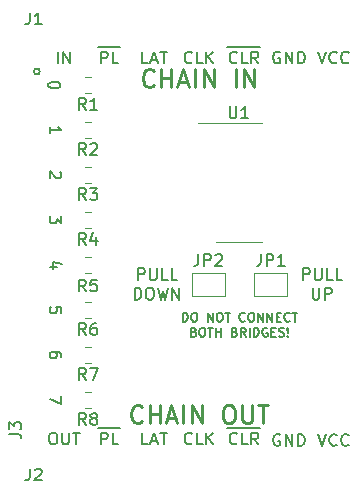
<source format=gbr>
G04 #@! TF.GenerationSoftware,KiCad,Pcbnew,5.1.5-5.1.5*
G04 #@! TF.CreationDate,2020-09-02T20:46:33-05:00*
G04 #@! TF.ProjectId,74HC597-Breakout,37344843-3539-4372-9d42-7265616b6f75,rev?*
G04 #@! TF.SameCoordinates,Original*
G04 #@! TF.FileFunction,Legend,Top*
G04 #@! TF.FilePolarity,Positive*
%FSLAX46Y46*%
G04 Gerber Fmt 4.6, Leading zero omitted, Abs format (unit mm)*
G04 Created by KiCad (PCBNEW 5.1.5-5.1.5) date 2020-09-02 20:46:33*
%MOMM*%
%LPD*%
G04 APERTURE LIST*
%ADD10C,0.150000*%
%ADD11C,0.250000*%
%ADD12C,0.127000*%
%ADD13C,0.120000*%
G04 APERTURE END LIST*
D10*
X135493238Y-98399000D02*
X136493238Y-98399000D01*
X135731333Y-99766380D02*
X135731333Y-98766380D01*
X136112285Y-98766380D01*
X136207523Y-98814000D01*
X136255142Y-98861619D01*
X136302761Y-98956857D01*
X136302761Y-99099714D01*
X136255142Y-99194952D01*
X136207523Y-99242571D01*
X136112285Y-99290190D01*
X135731333Y-99290190D01*
X136493238Y-98399000D02*
X137302761Y-98399000D01*
X137207523Y-99766380D02*
X136731333Y-99766380D01*
X136731333Y-98766380D01*
X132373619Y-124650476D02*
X132373619Y-124460000D01*
X132326000Y-124364761D01*
X132278380Y-124317142D01*
X132135523Y-124221904D01*
X131945047Y-124174285D01*
X131564095Y-124174285D01*
X131468857Y-124221904D01*
X131421238Y-124269523D01*
X131373619Y-124364761D01*
X131373619Y-124555238D01*
X131421238Y-124650476D01*
X131468857Y-124698095D01*
X131564095Y-124745714D01*
X131802190Y-124745714D01*
X131897428Y-124698095D01*
X131945047Y-124650476D01*
X131992666Y-124555238D01*
X131992666Y-124364761D01*
X131945047Y-124269523D01*
X131897428Y-124221904D01*
X131802190Y-124174285D01*
X132373619Y-120888095D02*
X132373619Y-120411904D01*
X131897428Y-120364285D01*
X131945047Y-120411904D01*
X131992666Y-120507142D01*
X131992666Y-120745238D01*
X131945047Y-120840476D01*
X131897428Y-120888095D01*
X131802190Y-120935714D01*
X131564095Y-120935714D01*
X131468857Y-120888095D01*
X131421238Y-120840476D01*
X131373619Y-120745238D01*
X131373619Y-120507142D01*
X131421238Y-120411904D01*
X131468857Y-120364285D01*
X132040285Y-117030476D02*
X131373619Y-117030476D01*
X132421238Y-116792380D02*
X131706952Y-116554285D01*
X131706952Y-117173333D01*
X132373619Y-112696666D02*
X132373619Y-113315714D01*
X131992666Y-112982380D01*
X131992666Y-113125238D01*
X131945047Y-113220476D01*
X131897428Y-113268095D01*
X131802190Y-113315714D01*
X131564095Y-113315714D01*
X131468857Y-113268095D01*
X131421238Y-113220476D01*
X131373619Y-113125238D01*
X131373619Y-112839523D01*
X131421238Y-112744285D01*
X131468857Y-112696666D01*
X132278380Y-108934285D02*
X132326000Y-108981904D01*
X132373619Y-109077142D01*
X132373619Y-109315238D01*
X132326000Y-109410476D01*
X132278380Y-109458095D01*
X132183142Y-109505714D01*
X132087904Y-109505714D01*
X131945047Y-109458095D01*
X131373619Y-108886666D01*
X131373619Y-109505714D01*
X131373619Y-105695714D02*
X131373619Y-105124285D01*
X131373619Y-105410000D02*
X132373619Y-105410000D01*
X132230761Y-105314761D01*
X132135523Y-105219523D01*
X132087904Y-105124285D01*
X132373619Y-127936666D02*
X132373619Y-128603333D01*
X131373619Y-128174761D01*
X131278380Y-101647619D02*
X131278380Y-101552380D01*
X131326000Y-101457142D01*
X131373619Y-101409523D01*
X131468857Y-101361904D01*
X131659333Y-101314285D01*
X131897428Y-101314285D01*
X132087904Y-101361904D01*
X132183142Y-101409523D01*
X132230761Y-101457142D01*
X132278380Y-101552380D01*
X132278380Y-101647619D01*
X132230761Y-101742857D01*
X132183142Y-101790476D01*
X132087904Y-101838095D01*
X131897428Y-101885714D01*
X131659333Y-101885714D01*
X131468857Y-101838095D01*
X131373619Y-101790476D01*
X131326000Y-101742857D01*
X131278380Y-101647619D01*
X154114666Y-98766380D02*
X154448000Y-99766380D01*
X154781333Y-98766380D01*
X155686095Y-99671142D02*
X155638476Y-99718761D01*
X155495619Y-99766380D01*
X155400380Y-99766380D01*
X155257523Y-99718761D01*
X155162285Y-99623523D01*
X155114666Y-99528285D01*
X155067047Y-99337809D01*
X155067047Y-99194952D01*
X155114666Y-99004476D01*
X155162285Y-98909238D01*
X155257523Y-98814000D01*
X155400380Y-98766380D01*
X155495619Y-98766380D01*
X155638476Y-98814000D01*
X155686095Y-98861619D01*
X156686095Y-99671142D02*
X156638476Y-99718761D01*
X156495619Y-99766380D01*
X156400380Y-99766380D01*
X156257523Y-99718761D01*
X156162285Y-99623523D01*
X156114666Y-99528285D01*
X156067047Y-99337809D01*
X156067047Y-99194952D01*
X156114666Y-99004476D01*
X156162285Y-98909238D01*
X156257523Y-98814000D01*
X156400380Y-98766380D01*
X156495619Y-98766380D01*
X156638476Y-98814000D01*
X156686095Y-98861619D01*
X150876095Y-98814000D02*
X150780857Y-98766380D01*
X150638000Y-98766380D01*
X150495142Y-98814000D01*
X150399904Y-98909238D01*
X150352285Y-99004476D01*
X150304666Y-99194952D01*
X150304666Y-99337809D01*
X150352285Y-99528285D01*
X150399904Y-99623523D01*
X150495142Y-99718761D01*
X150638000Y-99766380D01*
X150733238Y-99766380D01*
X150876095Y-99718761D01*
X150923714Y-99671142D01*
X150923714Y-99337809D01*
X150733238Y-99337809D01*
X151352285Y-99766380D02*
X151352285Y-98766380D01*
X151923714Y-99766380D01*
X151923714Y-98766380D01*
X152399904Y-99766380D02*
X152399904Y-98766380D01*
X152638000Y-98766380D01*
X152780857Y-98814000D01*
X152876095Y-98909238D01*
X152923714Y-99004476D01*
X152971333Y-99194952D01*
X152971333Y-99337809D01*
X152923714Y-99528285D01*
X152876095Y-99623523D01*
X152780857Y-99718761D01*
X152638000Y-99766380D01*
X152399904Y-99766380D01*
X146423238Y-98399000D02*
X147423238Y-98399000D01*
X147232761Y-99671142D02*
X147185142Y-99718761D01*
X147042285Y-99766380D01*
X146947047Y-99766380D01*
X146804190Y-99718761D01*
X146708952Y-99623523D01*
X146661333Y-99528285D01*
X146613714Y-99337809D01*
X146613714Y-99194952D01*
X146661333Y-99004476D01*
X146708952Y-98909238D01*
X146804190Y-98814000D01*
X146947047Y-98766380D01*
X147042285Y-98766380D01*
X147185142Y-98814000D01*
X147232761Y-98861619D01*
X147423238Y-98399000D02*
X148232761Y-98399000D01*
X148137523Y-99766380D02*
X147661333Y-99766380D01*
X147661333Y-98766380D01*
X148232761Y-98399000D02*
X149232761Y-98399000D01*
X149042285Y-99766380D02*
X148708952Y-99290190D01*
X148470857Y-99766380D02*
X148470857Y-98766380D01*
X148851809Y-98766380D01*
X148947047Y-98814000D01*
X148994666Y-98861619D01*
X149042285Y-98956857D01*
X149042285Y-99099714D01*
X148994666Y-99194952D01*
X148947047Y-99242571D01*
X148851809Y-99290190D01*
X148470857Y-99290190D01*
X143422761Y-99671142D02*
X143375142Y-99718761D01*
X143232285Y-99766380D01*
X143137047Y-99766380D01*
X142994190Y-99718761D01*
X142898952Y-99623523D01*
X142851333Y-99528285D01*
X142803714Y-99337809D01*
X142803714Y-99194952D01*
X142851333Y-99004476D01*
X142898952Y-98909238D01*
X142994190Y-98814000D01*
X143137047Y-98766380D01*
X143232285Y-98766380D01*
X143375142Y-98814000D01*
X143422761Y-98861619D01*
X144327523Y-99766380D02*
X143851333Y-99766380D01*
X143851333Y-98766380D01*
X144660857Y-99766380D02*
X144660857Y-98766380D01*
X145232285Y-99766380D02*
X144803714Y-99194952D01*
X145232285Y-98766380D02*
X144660857Y-99337809D01*
X139708000Y-99766380D02*
X139231809Y-99766380D01*
X139231809Y-98766380D01*
X139993714Y-99480666D02*
X140469904Y-99480666D01*
X139898476Y-99766380D02*
X140231809Y-98766380D01*
X140565142Y-99766380D01*
X140755619Y-98766380D02*
X141327047Y-98766380D01*
X141041333Y-99766380D02*
X141041333Y-98766380D01*
X132064190Y-99766380D02*
X132064190Y-98766380D01*
X132540380Y-99766380D02*
X132540380Y-98766380D01*
X133111809Y-99766380D01*
X133111809Y-98766380D01*
X131588000Y-131024380D02*
X131778476Y-131024380D01*
X131873714Y-131072000D01*
X131968952Y-131167238D01*
X132016571Y-131357714D01*
X132016571Y-131691047D01*
X131968952Y-131881523D01*
X131873714Y-131976761D01*
X131778476Y-132024380D01*
X131588000Y-132024380D01*
X131492761Y-131976761D01*
X131397523Y-131881523D01*
X131349904Y-131691047D01*
X131349904Y-131357714D01*
X131397523Y-131167238D01*
X131492761Y-131072000D01*
X131588000Y-131024380D01*
X132445142Y-131024380D02*
X132445142Y-131833904D01*
X132492761Y-131929142D01*
X132540380Y-131976761D01*
X132635619Y-132024380D01*
X132826095Y-132024380D01*
X132921333Y-131976761D01*
X132968952Y-131929142D01*
X133016571Y-131833904D01*
X133016571Y-131024380D01*
X133349904Y-131024380D02*
X133921333Y-131024380D01*
X133635619Y-132024380D02*
X133635619Y-131024380D01*
X135493238Y-130657000D02*
X136493238Y-130657000D01*
X135731333Y-132024380D02*
X135731333Y-131024380D01*
X136112285Y-131024380D01*
X136207523Y-131072000D01*
X136255142Y-131119619D01*
X136302761Y-131214857D01*
X136302761Y-131357714D01*
X136255142Y-131452952D01*
X136207523Y-131500571D01*
X136112285Y-131548190D01*
X135731333Y-131548190D01*
X136493238Y-130657000D02*
X137302761Y-130657000D01*
X137207523Y-132024380D02*
X136731333Y-132024380D01*
X136731333Y-131024380D01*
X139708000Y-132024380D02*
X139231809Y-132024380D01*
X139231809Y-131024380D01*
X139993714Y-131738666D02*
X140469904Y-131738666D01*
X139898476Y-132024380D02*
X140231809Y-131024380D01*
X140565142Y-132024380D01*
X140755619Y-131024380D02*
X141327047Y-131024380D01*
X141041333Y-132024380D02*
X141041333Y-131024380D01*
X143422761Y-131929142D02*
X143375142Y-131976761D01*
X143232285Y-132024380D01*
X143137047Y-132024380D01*
X142994190Y-131976761D01*
X142898952Y-131881523D01*
X142851333Y-131786285D01*
X142803714Y-131595809D01*
X142803714Y-131452952D01*
X142851333Y-131262476D01*
X142898952Y-131167238D01*
X142994190Y-131072000D01*
X143137047Y-131024380D01*
X143232285Y-131024380D01*
X143375142Y-131072000D01*
X143422761Y-131119619D01*
X144327523Y-132024380D02*
X143851333Y-132024380D01*
X143851333Y-131024380D01*
X144660857Y-132024380D02*
X144660857Y-131024380D01*
X145232285Y-132024380D02*
X144803714Y-131452952D01*
X145232285Y-131024380D02*
X144660857Y-131595809D01*
X146423238Y-130657000D02*
X147423238Y-130657000D01*
X147232761Y-131929142D02*
X147185142Y-131976761D01*
X147042285Y-132024380D01*
X146947047Y-132024380D01*
X146804190Y-131976761D01*
X146708952Y-131881523D01*
X146661333Y-131786285D01*
X146613714Y-131595809D01*
X146613714Y-131452952D01*
X146661333Y-131262476D01*
X146708952Y-131167238D01*
X146804190Y-131072000D01*
X146947047Y-131024380D01*
X147042285Y-131024380D01*
X147185142Y-131072000D01*
X147232761Y-131119619D01*
X147423238Y-130657000D02*
X148232761Y-130657000D01*
X148137523Y-132024380D02*
X147661333Y-132024380D01*
X147661333Y-131024380D01*
X148232761Y-130657000D02*
X149232761Y-130657000D01*
X149042285Y-132024380D02*
X148708952Y-131548190D01*
X148470857Y-132024380D02*
X148470857Y-131024380D01*
X148851809Y-131024380D01*
X148947047Y-131072000D01*
X148994666Y-131119619D01*
X149042285Y-131214857D01*
X149042285Y-131357714D01*
X148994666Y-131452952D01*
X148947047Y-131500571D01*
X148851809Y-131548190D01*
X148470857Y-131548190D01*
X150876095Y-131199000D02*
X150780857Y-131151380D01*
X150638000Y-131151380D01*
X150495142Y-131199000D01*
X150399904Y-131294238D01*
X150352285Y-131389476D01*
X150304666Y-131579952D01*
X150304666Y-131722809D01*
X150352285Y-131913285D01*
X150399904Y-132008523D01*
X150495142Y-132103761D01*
X150638000Y-132151380D01*
X150733238Y-132151380D01*
X150876095Y-132103761D01*
X150923714Y-132056142D01*
X150923714Y-131722809D01*
X150733238Y-131722809D01*
X151352285Y-132151380D02*
X151352285Y-131151380D01*
X151923714Y-132151380D01*
X151923714Y-131151380D01*
X152399904Y-132151380D02*
X152399904Y-131151380D01*
X152638000Y-131151380D01*
X152780857Y-131199000D01*
X152876095Y-131294238D01*
X152923714Y-131389476D01*
X152971333Y-131579952D01*
X152971333Y-131722809D01*
X152923714Y-131913285D01*
X152876095Y-132008523D01*
X152780857Y-132103761D01*
X152638000Y-132151380D01*
X152399904Y-132151380D01*
X154114666Y-131151380D02*
X154448000Y-132151380D01*
X154781333Y-131151380D01*
X155686095Y-132056142D02*
X155638476Y-132103761D01*
X155495619Y-132151380D01*
X155400380Y-132151380D01*
X155257523Y-132103761D01*
X155162285Y-132008523D01*
X155114666Y-131913285D01*
X155067047Y-131722809D01*
X155067047Y-131579952D01*
X155114666Y-131389476D01*
X155162285Y-131294238D01*
X155257523Y-131199000D01*
X155400380Y-131151380D01*
X155495619Y-131151380D01*
X155638476Y-131199000D01*
X155686095Y-131246619D01*
X156686095Y-132056142D02*
X156638476Y-132103761D01*
X156495619Y-132151380D01*
X156400380Y-132151380D01*
X156257523Y-132103761D01*
X156162285Y-132008523D01*
X156114666Y-131913285D01*
X156067047Y-131722809D01*
X156067047Y-131579952D01*
X156114666Y-131389476D01*
X156162285Y-131294238D01*
X156257523Y-131199000D01*
X156400380Y-131151380D01*
X156495619Y-131151380D01*
X156638476Y-131199000D01*
X156686095Y-131246619D01*
X142661285Y-121621785D02*
X142661285Y-120871785D01*
X142839857Y-120871785D01*
X142947000Y-120907500D01*
X143018428Y-120978928D01*
X143054142Y-121050357D01*
X143089857Y-121193214D01*
X143089857Y-121300357D01*
X143054142Y-121443214D01*
X143018428Y-121514642D01*
X142947000Y-121586071D01*
X142839857Y-121621785D01*
X142661285Y-121621785D01*
X143554142Y-120871785D02*
X143697000Y-120871785D01*
X143768428Y-120907500D01*
X143839857Y-120978928D01*
X143875571Y-121121785D01*
X143875571Y-121371785D01*
X143839857Y-121514642D01*
X143768428Y-121586071D01*
X143697000Y-121621785D01*
X143554142Y-121621785D01*
X143482714Y-121586071D01*
X143411285Y-121514642D01*
X143375571Y-121371785D01*
X143375571Y-121121785D01*
X143411285Y-120978928D01*
X143482714Y-120907500D01*
X143554142Y-120871785D01*
X144768428Y-121621785D02*
X144768428Y-120871785D01*
X145197000Y-121621785D01*
X145197000Y-120871785D01*
X145697000Y-120871785D02*
X145839857Y-120871785D01*
X145911285Y-120907500D01*
X145982714Y-120978928D01*
X146018428Y-121121785D01*
X146018428Y-121371785D01*
X145982714Y-121514642D01*
X145911285Y-121586071D01*
X145839857Y-121621785D01*
X145697000Y-121621785D01*
X145625571Y-121586071D01*
X145554142Y-121514642D01*
X145518428Y-121371785D01*
X145518428Y-121121785D01*
X145554142Y-120978928D01*
X145625571Y-120907500D01*
X145697000Y-120871785D01*
X146232714Y-120871785D02*
X146661285Y-120871785D01*
X146447000Y-121621785D02*
X146447000Y-120871785D01*
X147911285Y-121550357D02*
X147875571Y-121586071D01*
X147768428Y-121621785D01*
X147697000Y-121621785D01*
X147589857Y-121586071D01*
X147518428Y-121514642D01*
X147482714Y-121443214D01*
X147447000Y-121300357D01*
X147447000Y-121193214D01*
X147482714Y-121050357D01*
X147518428Y-120978928D01*
X147589857Y-120907500D01*
X147697000Y-120871785D01*
X147768428Y-120871785D01*
X147875571Y-120907500D01*
X147911285Y-120943214D01*
X148375571Y-120871785D02*
X148518428Y-120871785D01*
X148589857Y-120907500D01*
X148661285Y-120978928D01*
X148697000Y-121121785D01*
X148697000Y-121371785D01*
X148661285Y-121514642D01*
X148589857Y-121586071D01*
X148518428Y-121621785D01*
X148375571Y-121621785D01*
X148304142Y-121586071D01*
X148232714Y-121514642D01*
X148197000Y-121371785D01*
X148197000Y-121121785D01*
X148232714Y-120978928D01*
X148304142Y-120907500D01*
X148375571Y-120871785D01*
X149018428Y-121621785D02*
X149018428Y-120871785D01*
X149447000Y-121621785D01*
X149447000Y-120871785D01*
X149804142Y-121621785D02*
X149804142Y-120871785D01*
X150232714Y-121621785D01*
X150232714Y-120871785D01*
X150589857Y-121228928D02*
X150839857Y-121228928D01*
X150947000Y-121621785D02*
X150589857Y-121621785D01*
X150589857Y-120871785D01*
X150947000Y-120871785D01*
X151697000Y-121550357D02*
X151661285Y-121586071D01*
X151554142Y-121621785D01*
X151482714Y-121621785D01*
X151375571Y-121586071D01*
X151304142Y-121514642D01*
X151268428Y-121443214D01*
X151232714Y-121300357D01*
X151232714Y-121193214D01*
X151268428Y-121050357D01*
X151304142Y-120978928D01*
X151375571Y-120907500D01*
X151482714Y-120871785D01*
X151554142Y-120871785D01*
X151661285Y-120907500D01*
X151697000Y-120943214D01*
X151911285Y-120871785D02*
X152339857Y-120871785D01*
X152125571Y-121621785D02*
X152125571Y-120871785D01*
X143589857Y-122503928D02*
X143697000Y-122539642D01*
X143732714Y-122575357D01*
X143768428Y-122646785D01*
X143768428Y-122753928D01*
X143732714Y-122825357D01*
X143697000Y-122861071D01*
X143625571Y-122896785D01*
X143339857Y-122896785D01*
X143339857Y-122146785D01*
X143589857Y-122146785D01*
X143661285Y-122182500D01*
X143697000Y-122218214D01*
X143732714Y-122289642D01*
X143732714Y-122361071D01*
X143697000Y-122432500D01*
X143661285Y-122468214D01*
X143589857Y-122503928D01*
X143339857Y-122503928D01*
X144232714Y-122146785D02*
X144375571Y-122146785D01*
X144447000Y-122182500D01*
X144518428Y-122253928D01*
X144554142Y-122396785D01*
X144554142Y-122646785D01*
X144518428Y-122789642D01*
X144447000Y-122861071D01*
X144375571Y-122896785D01*
X144232714Y-122896785D01*
X144161285Y-122861071D01*
X144089857Y-122789642D01*
X144054142Y-122646785D01*
X144054142Y-122396785D01*
X144089857Y-122253928D01*
X144161285Y-122182500D01*
X144232714Y-122146785D01*
X144768428Y-122146785D02*
X145197000Y-122146785D01*
X144982714Y-122896785D02*
X144982714Y-122146785D01*
X145447000Y-122896785D02*
X145447000Y-122146785D01*
X145447000Y-122503928D02*
X145875571Y-122503928D01*
X145875571Y-122896785D02*
X145875571Y-122146785D01*
X147054142Y-122503928D02*
X147161285Y-122539642D01*
X147197000Y-122575357D01*
X147232714Y-122646785D01*
X147232714Y-122753928D01*
X147197000Y-122825357D01*
X147161285Y-122861071D01*
X147089857Y-122896785D01*
X146804142Y-122896785D01*
X146804142Y-122146785D01*
X147054142Y-122146785D01*
X147125571Y-122182500D01*
X147161285Y-122218214D01*
X147197000Y-122289642D01*
X147197000Y-122361071D01*
X147161285Y-122432500D01*
X147125571Y-122468214D01*
X147054142Y-122503928D01*
X146804142Y-122503928D01*
X147982714Y-122896785D02*
X147732714Y-122539642D01*
X147554142Y-122896785D02*
X147554142Y-122146785D01*
X147839857Y-122146785D01*
X147911285Y-122182500D01*
X147947000Y-122218214D01*
X147982714Y-122289642D01*
X147982714Y-122396785D01*
X147947000Y-122468214D01*
X147911285Y-122503928D01*
X147839857Y-122539642D01*
X147554142Y-122539642D01*
X148304142Y-122896785D02*
X148304142Y-122146785D01*
X148661285Y-122896785D02*
X148661285Y-122146785D01*
X148839857Y-122146785D01*
X148947000Y-122182500D01*
X149018428Y-122253928D01*
X149054142Y-122325357D01*
X149089857Y-122468214D01*
X149089857Y-122575357D01*
X149054142Y-122718214D01*
X149018428Y-122789642D01*
X148947000Y-122861071D01*
X148839857Y-122896785D01*
X148661285Y-122896785D01*
X149804142Y-122182500D02*
X149732714Y-122146785D01*
X149625571Y-122146785D01*
X149518428Y-122182500D01*
X149447000Y-122253928D01*
X149411285Y-122325357D01*
X149375571Y-122468214D01*
X149375571Y-122575357D01*
X149411285Y-122718214D01*
X149447000Y-122789642D01*
X149518428Y-122861071D01*
X149625571Y-122896785D01*
X149697000Y-122896785D01*
X149804142Y-122861071D01*
X149839857Y-122825357D01*
X149839857Y-122575357D01*
X149697000Y-122575357D01*
X150161285Y-122503928D02*
X150411285Y-122503928D01*
X150518428Y-122896785D02*
X150161285Y-122896785D01*
X150161285Y-122146785D01*
X150518428Y-122146785D01*
X150804142Y-122861071D02*
X150911285Y-122896785D01*
X151089857Y-122896785D01*
X151161285Y-122861071D01*
X151197000Y-122825357D01*
X151232714Y-122753928D01*
X151232714Y-122682500D01*
X151197000Y-122611071D01*
X151161285Y-122575357D01*
X151089857Y-122539642D01*
X150947000Y-122503928D01*
X150875571Y-122468214D01*
X150839857Y-122432500D01*
X150804142Y-122361071D01*
X150804142Y-122289642D01*
X150839857Y-122218214D01*
X150875571Y-122182500D01*
X150947000Y-122146785D01*
X151125571Y-122146785D01*
X151232714Y-122182500D01*
X151554142Y-122825357D02*
X151589857Y-122861071D01*
X151554142Y-122896785D01*
X151518428Y-122861071D01*
X151554142Y-122825357D01*
X151554142Y-122896785D01*
X151554142Y-122611071D02*
X151518428Y-122182500D01*
X151554142Y-122146785D01*
X151589857Y-122182500D01*
X151554142Y-122611071D01*
X151554142Y-122146785D01*
X152836761Y-118118380D02*
X152836761Y-117118380D01*
X153217714Y-117118380D01*
X153312952Y-117166000D01*
X153360571Y-117213619D01*
X153408190Y-117308857D01*
X153408190Y-117451714D01*
X153360571Y-117546952D01*
X153312952Y-117594571D01*
X153217714Y-117642190D01*
X152836761Y-117642190D01*
X153836761Y-117118380D02*
X153836761Y-117927904D01*
X153884380Y-118023142D01*
X153932000Y-118070761D01*
X154027238Y-118118380D01*
X154217714Y-118118380D01*
X154312952Y-118070761D01*
X154360571Y-118023142D01*
X154408190Y-117927904D01*
X154408190Y-117118380D01*
X155360571Y-118118380D02*
X154884380Y-118118380D01*
X154884380Y-117118380D01*
X156170095Y-118118380D02*
X155693904Y-118118380D01*
X155693904Y-117118380D01*
X153646285Y-118768380D02*
X153646285Y-119577904D01*
X153693904Y-119673142D01*
X153741523Y-119720761D01*
X153836761Y-119768380D01*
X154027238Y-119768380D01*
X154122476Y-119720761D01*
X154170095Y-119673142D01*
X154217714Y-119577904D01*
X154217714Y-118768380D01*
X154693904Y-119768380D02*
X154693904Y-118768380D01*
X155074857Y-118768380D01*
X155170095Y-118816000D01*
X155217714Y-118863619D01*
X155265333Y-118958857D01*
X155265333Y-119101714D01*
X155217714Y-119196952D01*
X155170095Y-119244571D01*
X155074857Y-119292190D01*
X154693904Y-119292190D01*
X138866761Y-118118380D02*
X138866761Y-117118380D01*
X139247714Y-117118380D01*
X139342952Y-117166000D01*
X139390571Y-117213619D01*
X139438190Y-117308857D01*
X139438190Y-117451714D01*
X139390571Y-117546952D01*
X139342952Y-117594571D01*
X139247714Y-117642190D01*
X138866761Y-117642190D01*
X139866761Y-117118380D02*
X139866761Y-117927904D01*
X139914380Y-118023142D01*
X139962000Y-118070761D01*
X140057238Y-118118380D01*
X140247714Y-118118380D01*
X140342952Y-118070761D01*
X140390571Y-118023142D01*
X140438190Y-117927904D01*
X140438190Y-117118380D01*
X141390571Y-118118380D02*
X140914380Y-118118380D01*
X140914380Y-117118380D01*
X142200095Y-118118380D02*
X141723904Y-118118380D01*
X141723904Y-117118380D01*
X138581047Y-119768380D02*
X138581047Y-118768380D01*
X138819142Y-118768380D01*
X138962000Y-118816000D01*
X139057238Y-118911238D01*
X139104857Y-119006476D01*
X139152476Y-119196952D01*
X139152476Y-119339809D01*
X139104857Y-119530285D01*
X139057238Y-119625523D01*
X138962000Y-119720761D01*
X138819142Y-119768380D01*
X138581047Y-119768380D01*
X139771523Y-118768380D02*
X139962000Y-118768380D01*
X140057238Y-118816000D01*
X140152476Y-118911238D01*
X140200095Y-119101714D01*
X140200095Y-119435047D01*
X140152476Y-119625523D01*
X140057238Y-119720761D01*
X139962000Y-119768380D01*
X139771523Y-119768380D01*
X139676285Y-119720761D01*
X139581047Y-119625523D01*
X139533428Y-119435047D01*
X139533428Y-119101714D01*
X139581047Y-118911238D01*
X139676285Y-118816000D01*
X139771523Y-118768380D01*
X140533428Y-118768380D02*
X140771523Y-119768380D01*
X140962000Y-119054095D01*
X141152476Y-119768380D01*
X141390571Y-118768380D01*
X141771523Y-119768380D02*
X141771523Y-118768380D01*
X142342952Y-119768380D01*
X142342952Y-118768380D01*
D11*
X139196571Y-130075714D02*
X139125142Y-130147142D01*
X138910857Y-130218571D01*
X138768000Y-130218571D01*
X138553714Y-130147142D01*
X138410857Y-130004285D01*
X138339428Y-129861428D01*
X138268000Y-129575714D01*
X138268000Y-129361428D01*
X138339428Y-129075714D01*
X138410857Y-128932857D01*
X138553714Y-128790000D01*
X138768000Y-128718571D01*
X138910857Y-128718571D01*
X139125142Y-128790000D01*
X139196571Y-128861428D01*
X139839428Y-130218571D02*
X139839428Y-128718571D01*
X139839428Y-129432857D02*
X140696571Y-129432857D01*
X140696571Y-130218571D02*
X140696571Y-128718571D01*
X141339428Y-129790000D02*
X142053714Y-129790000D01*
X141196571Y-130218571D02*
X141696571Y-128718571D01*
X142196571Y-130218571D01*
X142696571Y-130218571D02*
X142696571Y-128718571D01*
X143410857Y-130218571D02*
X143410857Y-128718571D01*
X144268000Y-130218571D01*
X144268000Y-128718571D01*
X146410857Y-128718571D02*
X146696571Y-128718571D01*
X146839428Y-128790000D01*
X146982285Y-128932857D01*
X147053714Y-129218571D01*
X147053714Y-129718571D01*
X146982285Y-130004285D01*
X146839428Y-130147142D01*
X146696571Y-130218571D01*
X146410857Y-130218571D01*
X146268000Y-130147142D01*
X146125142Y-130004285D01*
X146053714Y-129718571D01*
X146053714Y-129218571D01*
X146125142Y-128932857D01*
X146268000Y-128790000D01*
X146410857Y-128718571D01*
X147696571Y-128718571D02*
X147696571Y-129932857D01*
X147768000Y-130075714D01*
X147839428Y-130147142D01*
X147982285Y-130218571D01*
X148268000Y-130218571D01*
X148410857Y-130147142D01*
X148482285Y-130075714D01*
X148553714Y-129932857D01*
X148553714Y-128718571D01*
X149053714Y-128718571D02*
X149910857Y-128718571D01*
X149482285Y-130218571D02*
X149482285Y-128718571D01*
X140196571Y-101627714D02*
X140125142Y-101699142D01*
X139910857Y-101770571D01*
X139768000Y-101770571D01*
X139553714Y-101699142D01*
X139410857Y-101556285D01*
X139339428Y-101413428D01*
X139268000Y-101127714D01*
X139268000Y-100913428D01*
X139339428Y-100627714D01*
X139410857Y-100484857D01*
X139553714Y-100342000D01*
X139768000Y-100270571D01*
X139910857Y-100270571D01*
X140125142Y-100342000D01*
X140196571Y-100413428D01*
X140839428Y-101770571D02*
X140839428Y-100270571D01*
X140839428Y-100984857D02*
X141696571Y-100984857D01*
X141696571Y-101770571D02*
X141696571Y-100270571D01*
X142339428Y-101342000D02*
X143053714Y-101342000D01*
X142196571Y-101770571D02*
X142696571Y-100270571D01*
X143196571Y-101770571D01*
X143696571Y-101770571D02*
X143696571Y-100270571D01*
X144410857Y-101770571D02*
X144410857Y-100270571D01*
X145268000Y-101770571D01*
X145268000Y-100270571D01*
X147125142Y-101770571D02*
X147125142Y-100270571D01*
X147839428Y-101770571D02*
X147839428Y-100270571D01*
X148696571Y-101770571D01*
X148696571Y-100270571D01*
D12*
X130556000Y-100457000D02*
G75*
G03X130556000Y-100457000I-254000J0D01*
G01*
D13*
X148714000Y-117491000D02*
X151514000Y-117491000D01*
X151514000Y-117491000D02*
X151514000Y-119491000D01*
X151514000Y-119491000D02*
X148714000Y-119491000D01*
X148714000Y-119491000D02*
X148714000Y-117491000D01*
X146217000Y-117491000D02*
X146217000Y-119491000D01*
X143417000Y-117491000D02*
X146217000Y-117491000D01*
X143417000Y-119491000D02*
X143417000Y-117491000D01*
X146217000Y-119491000D02*
X143417000Y-119491000D01*
X134878578Y-102310000D02*
X134361422Y-102310000D01*
X134878578Y-100890000D02*
X134361422Y-100890000D01*
X134878578Y-104700000D02*
X134361422Y-104700000D01*
X134878578Y-106120000D02*
X134361422Y-106120000D01*
X134878578Y-109930000D02*
X134361422Y-109930000D01*
X134878578Y-108510000D02*
X134361422Y-108510000D01*
X134878578Y-112320000D02*
X134361422Y-112320000D01*
X134878578Y-113740000D02*
X134361422Y-113740000D01*
X134361422Y-117550000D02*
X134878578Y-117550000D01*
X134361422Y-116130000D02*
X134878578Y-116130000D01*
X134878578Y-121360000D02*
X134361422Y-121360000D01*
X134878578Y-119940000D02*
X134361422Y-119940000D01*
X134878578Y-123750000D02*
X134361422Y-123750000D01*
X134878578Y-125170000D02*
X134361422Y-125170000D01*
X134878578Y-128980000D02*
X134361422Y-128980000D01*
X134878578Y-127560000D02*
X134361422Y-127560000D01*
X147385000Y-114915000D02*
X149335000Y-114915000D01*
X147385000Y-114915000D02*
X145435000Y-114915000D01*
X147385000Y-104795000D02*
X149335000Y-104795000D01*
X147385000Y-104795000D02*
X143935000Y-104795000D01*
D10*
X127976380Y-131143333D02*
X128690666Y-131143333D01*
X128833523Y-131190952D01*
X128928761Y-131286190D01*
X128976380Y-131429047D01*
X128976380Y-131524285D01*
X127976380Y-130762380D02*
X127976380Y-130143333D01*
X128357333Y-130476666D01*
X128357333Y-130333809D01*
X128404952Y-130238571D01*
X128452571Y-130190952D01*
X128547809Y-130143333D01*
X128785904Y-130143333D01*
X128881142Y-130190952D01*
X128928761Y-130238571D01*
X128976380Y-130333809D01*
X128976380Y-130619523D01*
X128928761Y-130714761D01*
X128881142Y-130762380D01*
X129714666Y-95464380D02*
X129714666Y-96178666D01*
X129667047Y-96321523D01*
X129571809Y-96416761D01*
X129428952Y-96464380D01*
X129333714Y-96464380D01*
X130714666Y-96464380D02*
X130143238Y-96464380D01*
X130428952Y-96464380D02*
X130428952Y-95464380D01*
X130333714Y-95607238D01*
X130238476Y-95702476D01*
X130143238Y-95750095D01*
X129714666Y-134072380D02*
X129714666Y-134786666D01*
X129667047Y-134929523D01*
X129571809Y-135024761D01*
X129428952Y-135072380D01*
X129333714Y-135072380D01*
X130143238Y-134167619D02*
X130190857Y-134120000D01*
X130286095Y-134072380D01*
X130524190Y-134072380D01*
X130619428Y-134120000D01*
X130667047Y-134167619D01*
X130714666Y-134262857D01*
X130714666Y-134358095D01*
X130667047Y-134500952D01*
X130095619Y-135072380D01*
X130714666Y-135072380D01*
X149280666Y-115911380D02*
X149280666Y-116625666D01*
X149233047Y-116768523D01*
X149137809Y-116863761D01*
X148994952Y-116911380D01*
X148899714Y-116911380D01*
X149756857Y-116911380D02*
X149756857Y-115911380D01*
X150137809Y-115911380D01*
X150233047Y-115959000D01*
X150280666Y-116006619D01*
X150328285Y-116101857D01*
X150328285Y-116244714D01*
X150280666Y-116339952D01*
X150233047Y-116387571D01*
X150137809Y-116435190D01*
X149756857Y-116435190D01*
X151280666Y-116911380D02*
X150709238Y-116911380D01*
X150994952Y-116911380D02*
X150994952Y-115911380D01*
X150899714Y-116054238D01*
X150804476Y-116149476D01*
X150709238Y-116197095D01*
X143983666Y-115911380D02*
X143983666Y-116625666D01*
X143936047Y-116768523D01*
X143840809Y-116863761D01*
X143697952Y-116911380D01*
X143602714Y-116911380D01*
X144459857Y-116911380D02*
X144459857Y-115911380D01*
X144840809Y-115911380D01*
X144936047Y-115959000D01*
X144983666Y-116006619D01*
X145031285Y-116101857D01*
X145031285Y-116244714D01*
X144983666Y-116339952D01*
X144936047Y-116387571D01*
X144840809Y-116435190D01*
X144459857Y-116435190D01*
X145412238Y-116006619D02*
X145459857Y-115959000D01*
X145555095Y-115911380D01*
X145793190Y-115911380D01*
X145888428Y-115959000D01*
X145936047Y-116006619D01*
X145983666Y-116101857D01*
X145983666Y-116197095D01*
X145936047Y-116339952D01*
X145364619Y-116911380D01*
X145983666Y-116911380D01*
X134453333Y-103702380D02*
X134120000Y-103226190D01*
X133881904Y-103702380D02*
X133881904Y-102702380D01*
X134262857Y-102702380D01*
X134358095Y-102750000D01*
X134405714Y-102797619D01*
X134453333Y-102892857D01*
X134453333Y-103035714D01*
X134405714Y-103130952D01*
X134358095Y-103178571D01*
X134262857Y-103226190D01*
X133881904Y-103226190D01*
X135405714Y-103702380D02*
X134834285Y-103702380D01*
X135120000Y-103702380D02*
X135120000Y-102702380D01*
X135024761Y-102845238D01*
X134929523Y-102940476D01*
X134834285Y-102988095D01*
X134453333Y-107512380D02*
X134120000Y-107036190D01*
X133881904Y-107512380D02*
X133881904Y-106512380D01*
X134262857Y-106512380D01*
X134358095Y-106560000D01*
X134405714Y-106607619D01*
X134453333Y-106702857D01*
X134453333Y-106845714D01*
X134405714Y-106940952D01*
X134358095Y-106988571D01*
X134262857Y-107036190D01*
X133881904Y-107036190D01*
X134834285Y-106607619D02*
X134881904Y-106560000D01*
X134977142Y-106512380D01*
X135215238Y-106512380D01*
X135310476Y-106560000D01*
X135358095Y-106607619D01*
X135405714Y-106702857D01*
X135405714Y-106798095D01*
X135358095Y-106940952D01*
X134786666Y-107512380D01*
X135405714Y-107512380D01*
X134453333Y-111322380D02*
X134120000Y-110846190D01*
X133881904Y-111322380D02*
X133881904Y-110322380D01*
X134262857Y-110322380D01*
X134358095Y-110370000D01*
X134405714Y-110417619D01*
X134453333Y-110512857D01*
X134453333Y-110655714D01*
X134405714Y-110750952D01*
X134358095Y-110798571D01*
X134262857Y-110846190D01*
X133881904Y-110846190D01*
X134786666Y-110322380D02*
X135405714Y-110322380D01*
X135072380Y-110703333D01*
X135215238Y-110703333D01*
X135310476Y-110750952D01*
X135358095Y-110798571D01*
X135405714Y-110893809D01*
X135405714Y-111131904D01*
X135358095Y-111227142D01*
X135310476Y-111274761D01*
X135215238Y-111322380D01*
X134929523Y-111322380D01*
X134834285Y-111274761D01*
X134786666Y-111227142D01*
X134453333Y-115132380D02*
X134120000Y-114656190D01*
X133881904Y-115132380D02*
X133881904Y-114132380D01*
X134262857Y-114132380D01*
X134358095Y-114180000D01*
X134405714Y-114227619D01*
X134453333Y-114322857D01*
X134453333Y-114465714D01*
X134405714Y-114560952D01*
X134358095Y-114608571D01*
X134262857Y-114656190D01*
X133881904Y-114656190D01*
X135310476Y-114465714D02*
X135310476Y-115132380D01*
X135072380Y-114084761D02*
X134834285Y-114799047D01*
X135453333Y-114799047D01*
X134453333Y-119070380D02*
X134120000Y-118594190D01*
X133881904Y-119070380D02*
X133881904Y-118070380D01*
X134262857Y-118070380D01*
X134358095Y-118118000D01*
X134405714Y-118165619D01*
X134453333Y-118260857D01*
X134453333Y-118403714D01*
X134405714Y-118498952D01*
X134358095Y-118546571D01*
X134262857Y-118594190D01*
X133881904Y-118594190D01*
X135358095Y-118070380D02*
X134881904Y-118070380D01*
X134834285Y-118546571D01*
X134881904Y-118498952D01*
X134977142Y-118451333D01*
X135215238Y-118451333D01*
X135310476Y-118498952D01*
X135358095Y-118546571D01*
X135405714Y-118641809D01*
X135405714Y-118879904D01*
X135358095Y-118975142D01*
X135310476Y-119022761D01*
X135215238Y-119070380D01*
X134977142Y-119070380D01*
X134881904Y-119022761D01*
X134834285Y-118975142D01*
X134453333Y-122752380D02*
X134120000Y-122276190D01*
X133881904Y-122752380D02*
X133881904Y-121752380D01*
X134262857Y-121752380D01*
X134358095Y-121800000D01*
X134405714Y-121847619D01*
X134453333Y-121942857D01*
X134453333Y-122085714D01*
X134405714Y-122180952D01*
X134358095Y-122228571D01*
X134262857Y-122276190D01*
X133881904Y-122276190D01*
X135310476Y-121752380D02*
X135120000Y-121752380D01*
X135024761Y-121800000D01*
X134977142Y-121847619D01*
X134881904Y-121990476D01*
X134834285Y-122180952D01*
X134834285Y-122561904D01*
X134881904Y-122657142D01*
X134929523Y-122704761D01*
X135024761Y-122752380D01*
X135215238Y-122752380D01*
X135310476Y-122704761D01*
X135358095Y-122657142D01*
X135405714Y-122561904D01*
X135405714Y-122323809D01*
X135358095Y-122228571D01*
X135310476Y-122180952D01*
X135215238Y-122133333D01*
X135024761Y-122133333D01*
X134929523Y-122180952D01*
X134881904Y-122228571D01*
X134834285Y-122323809D01*
X134453333Y-126562380D02*
X134120000Y-126086190D01*
X133881904Y-126562380D02*
X133881904Y-125562380D01*
X134262857Y-125562380D01*
X134358095Y-125610000D01*
X134405714Y-125657619D01*
X134453333Y-125752857D01*
X134453333Y-125895714D01*
X134405714Y-125990952D01*
X134358095Y-126038571D01*
X134262857Y-126086190D01*
X133881904Y-126086190D01*
X134786666Y-125562380D02*
X135453333Y-125562380D01*
X135024761Y-126562380D01*
X134453333Y-130372380D02*
X134120000Y-129896190D01*
X133881904Y-130372380D02*
X133881904Y-129372380D01*
X134262857Y-129372380D01*
X134358095Y-129420000D01*
X134405714Y-129467619D01*
X134453333Y-129562857D01*
X134453333Y-129705714D01*
X134405714Y-129800952D01*
X134358095Y-129848571D01*
X134262857Y-129896190D01*
X133881904Y-129896190D01*
X135024761Y-129800952D02*
X134929523Y-129753333D01*
X134881904Y-129705714D01*
X134834285Y-129610476D01*
X134834285Y-129562857D01*
X134881904Y-129467619D01*
X134929523Y-129420000D01*
X135024761Y-129372380D01*
X135215238Y-129372380D01*
X135310476Y-129420000D01*
X135358095Y-129467619D01*
X135405714Y-129562857D01*
X135405714Y-129610476D01*
X135358095Y-129705714D01*
X135310476Y-129753333D01*
X135215238Y-129800952D01*
X135024761Y-129800952D01*
X134929523Y-129848571D01*
X134881904Y-129896190D01*
X134834285Y-129991428D01*
X134834285Y-130181904D01*
X134881904Y-130277142D01*
X134929523Y-130324761D01*
X135024761Y-130372380D01*
X135215238Y-130372380D01*
X135310476Y-130324761D01*
X135358095Y-130277142D01*
X135405714Y-130181904D01*
X135405714Y-129991428D01*
X135358095Y-129896190D01*
X135310476Y-129848571D01*
X135215238Y-129800952D01*
X146623095Y-103407380D02*
X146623095Y-104216904D01*
X146670714Y-104312142D01*
X146718333Y-104359761D01*
X146813571Y-104407380D01*
X147004047Y-104407380D01*
X147099285Y-104359761D01*
X147146904Y-104312142D01*
X147194523Y-104216904D01*
X147194523Y-103407380D01*
X148194523Y-104407380D02*
X147623095Y-104407380D01*
X147908809Y-104407380D02*
X147908809Y-103407380D01*
X147813571Y-103550238D01*
X147718333Y-103645476D01*
X147623095Y-103693095D01*
M02*

</source>
